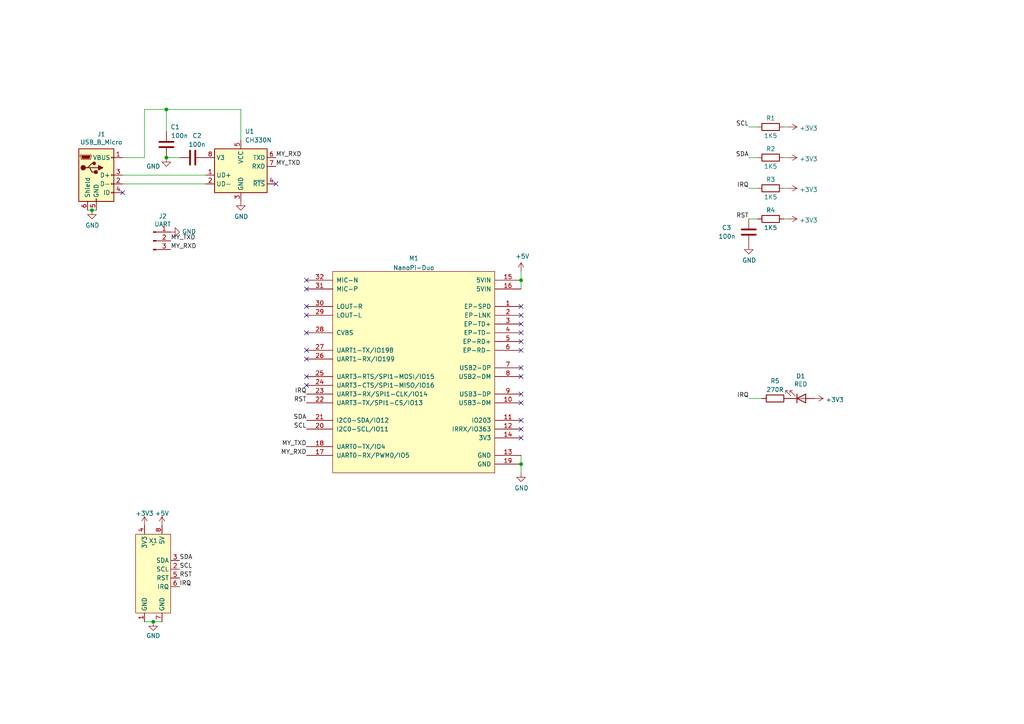
<source format=kicad_sch>
(kicad_sch (version 20220914) (generator eeschema)
  (paper "A4")
  (lib_symbols
    (symbol "Connector:Conn_01x03_Male" (pin_names (offset 1.016) hide)
      (property "Reference" "J" (at 0 5.08 0))
      (property "Value" "Conn_01x03_Male" (at 0 -5.08 0))
      (symbol "Conn_01x03_Male_1_1"
        (polyline (pts (xy 1.27 -2.54) (xy 0.8636 -2.54)) (stroke (width 0.1524)))
        (polyline (pts (xy 1.27 0) (xy 0.8636 0)) (stroke (width 0.1524)))
        (polyline (pts (xy 1.27 2.54) (xy 0.8636 2.54)) (stroke (width 0.1524)))
        (rectangle (start 0.8636 -2.413) (end 0 -2.667) (stroke (width 0.1524)) (fill (type outline)))
        (rectangle (start 0.8636 0.127) (end 0 -0.127) (stroke (width 0.1524)) (fill (type outline)))
        (rectangle (start 0.8636 2.667) (end 0 2.413) (stroke (width 0.1524)) (fill (type outline)))
        (pin passive line (at 5.08 2.54 180) (length 3.81) (name "Pin_1") (number "1"))
        (pin passive line (at 5.08 0 180) (length 3.81) (name "Pin_2") (number "2"))
        (pin passive line (at 5.08 -2.54 180) (length 3.81) (name "Pin_3") (number "3"))
      )
    )
    (symbol "Connector:USB_B_Micro" (pin_names (offset 1.016))
      (property "Reference" "J" (at -5.08 11.43 0))
      (property "Value" "USB_B_Micro" (at -5.08 8.89 0))
      (symbol "USB_B_Micro_0_1"
        (rectangle (start -5.08 -7.62) (end 5.08 7.62) (stroke (width 0.254)) (fill (type background)))
        (circle (center -3.81 2.159) (radius 0.635) (stroke (width 0.254)) (fill (type outline)))
        (circle (center -0.635 3.429) (radius 0.381) (stroke (width 0.254)) (fill (type outline)))
        (rectangle (start -0.127 -7.62) (end 0.127 -6.858))
        (polyline (pts (xy -1.905 2.159) (xy 0.635 2.159)) (stroke (width 0.254)))
        (polyline (pts (xy -3.175 2.159) (xy -2.54 2.159) (xy -1.27 3.429) (xy -0.635 3.429)) (stroke (width 0.254)))
        (polyline (pts (xy -2.54 2.159) (xy -1.905 2.159) (xy -1.27 0.889) (xy 0 0.889)) (stroke (width 0.254)))
        (polyline (pts (xy 0.635 2.794) (xy 0.635 1.524) (xy 1.905 2.159) (xy 0.635 2.794)) (stroke (width 0.254)) (fill (type outline)))
        (polyline (pts (xy -4.318 5.588) (xy -1.778 5.588) (xy -2.032 4.826) (xy -4.064 4.826) (xy -4.318 5.588)) (fill (type outline)))
        (polyline (pts (xy -4.699 5.842) (xy -4.699 5.588) (xy -4.445 4.826) (xy -4.445 4.572) (xy -1.651 4.572) (xy -1.651 4.826) (xy -1.397 5.588) (xy -1.397 5.842) (xy -4.699 5.842)))
        (rectangle (start 0.254 1.27) (end -0.508 0.508) (stroke (width 0.254)) (fill (type outline)))
        (rectangle (start 5.08 -5.207) (end 4.318 -4.953))
        (rectangle (start 5.08 -2.667) (end 4.318 -2.413))
        (rectangle (start 5.08 -0.127) (end 4.318 0.127))
        (rectangle (start 5.08 4.953) (end 4.318 5.207))
      )
      (symbol "USB_B_Micro_1_1"
        (pin power_out line (at 7.62 5.08 180) (length 2.54) (name "VBUS") (number "1"))
        (pin bidirectional line (at 7.62 -2.54 180) (length 2.54) (name "D-") (number "2"))
        (pin bidirectional line (at 7.62 0 180) (length 2.54) (name "D+") (number "3"))
        (pin passive line (at 7.62 -5.08 180) (length 2.54) (name "ID") (number "4"))
        (pin power_out line (at 0 -10.16 90) (length 2.54) (name "GND") (number "5"))
        (pin passive line (at -2.54 -10.16 90) (length 2.54) (name "Shield") (number "6"))
      )
    )
    (symbol "Device:C" (pin_numbers hide) (pin_names (offset 0.254))
      (property "Reference" "C" (at 0.635 2.54 0))
      (property "Value" "C" (at 0.635 -2.54 0))
      (symbol "C_0_1"
        (polyline (pts (xy -2.032 -0.762) (xy 2.032 -0.762)) (stroke (width 0.508)))
        (polyline (pts (xy -2.032 0.762) (xy 2.032 0.762)) (stroke (width 0.508)))
      )
      (symbol "C_1_1"
        (pin passive line (at 0 3.81 270) (length 2.794) (name "~") (number "1"))
        (pin passive line (at 0 -3.81 90) (length 2.794) (name "~") (number "2"))
      )
    )
    (symbol "Device:LED" (pin_numbers hide) (pin_names (offset 1.016) hide)
      (property "Reference" "D" (at 0 2.54 0))
      (property "Value" "LED" (at 0 -2.54 0))
      (symbol "LED_0_1"
        (polyline (pts (xy -1.27 -1.27) (xy -1.27 1.27)) (stroke (width 0.254)))
        (polyline (pts (xy -1.27 0) (xy 1.27 0)))
        (polyline (pts (xy 1.27 -1.27) (xy 1.27 1.27) (xy -1.27 0) (xy 1.27 -1.27)) (stroke (width 0.254)))
        (polyline (pts (xy -3.048 -0.762) (xy -4.572 -2.286) (xy -3.81 -2.286) (xy -4.572 -2.286) (xy -4.572 -1.524)))
        (polyline (pts (xy -1.778 -0.762) (xy -3.302 -2.286) (xy -2.54 -2.286) (xy -3.302 -2.286) (xy -3.302 -1.524)))
      )
      (symbol "LED_1_1"
        (pin passive line (at -3.81 0 0) (length 2.54) (name "K") (number "1"))
        (pin passive line (at 3.81 0 180) (length 2.54) (name "A") (number "2"))
      )
    )
    (symbol "Device:R" (pin_numbers hide) (pin_names (offset 0))
      (property "Reference" "R" (at 2.032 0 90))
      (property "Value" "R" (at 0 0 90))
      (symbol "R_0_1"
        (rectangle (start -1.016 -2.54) (end 1.016 2.54) (stroke (width 0.254)))
      )
      (symbol "R_1_1"
        (pin passive line (at 0 3.81 270) (length 1.27) (name "~") (number "1"))
        (pin passive line (at 0 -3.81 90) (length 1.27) (name "~") (number "2"))
      )
    )
    (symbol "Drake:NanoPi-Duo" (pin_names (offset 1.016))
      (property "Reference" "M" (at 0 -33.02 0))
      (property "Value" "NanoPi-Duo" (at 0 30.48 0))
      (symbol "NanoPi-Duo_1_0"
        (rectangle (start -22.86 -30.48) (end 24.13 27.94) (fill (type background)))
      )
      (symbol "NanoPi-Duo_1_1"
        (pin bidirectional line (at 31.75 17.78 180) (length 7.62) (name "EP-SPD") (number "1"))
        (pin bidirectional line (at 31.75 -10.16 180) (length 7.62) (name "USB3-DM") (number "10"))
        (pin bidirectional line (at 31.75 -15.24 180) (length 7.62) (name "IO203") (number "11"))
        (pin bidirectional line (at 31.75 -17.78 180) (length 7.62) (name "IRRX/IO363") (number "12"))
        (pin power_in line (at 31.75 -25.4 180) (length 7.62) (name "GND") (number "13"))
        (pin power_out line (at 31.75 -20.32 180) (length 7.62) (name "3V3") (number "14"))
        (pin power_in line (at 31.75 25.4 180) (length 7.62) (name "5VIN") (number "15"))
        (pin power_in line (at 31.75 22.86 180) (length 7.62) (name "5VIN") (number "16"))
        (pin bidirectional line (at -30.48 -25.4 0) (length 7.62) (name "UART0-RX/PWM0/IO5") (number "17"))
        (pin bidirectional line (at -30.48 -22.86 0) (length 7.62) (name "UART0-TX/IO4") (number "18"))
        (pin power_in line (at 31.75 -27.94 180) (length 7.62) (name "GND") (number "19"))
        (pin bidirectional line (at 31.75 15.24 180) (length 7.62) (name "EP-LNK") (number "2"))
        (pin bidirectional line (at -30.48 -17.78 0) (length 7.62) (name "I2C0-SCL/IO11") (number "20"))
        (pin bidirectional line (at -30.48 -15.24 0) (length 7.62) (name "I2C0-SDA/IO12") (number "21"))
        (pin bidirectional line (at -30.48 -10.16 0) (length 7.62) (name "UART3-TX/SPI1-CS/IO13") (number "22"))
        (pin bidirectional line (at -30.48 -7.62 0) (length 7.62) (name "UART3-RX/SPI1-CLK/IO14") (number "23"))
        (pin bidirectional line (at -30.48 -5.08 0) (length 7.62) (name "UART3-CTS/SPI1-MISO/IO16") (number "24"))
        (pin bidirectional line (at -30.48 -2.54 0) (length 7.62) (name "UART3-RTS/SPI1-MOSI/IO15") (number "25"))
        (pin bidirectional line (at -30.48 2.54 0) (length 7.62) (name "UART1-RX/IO199") (number "26"))
        (pin bidirectional line (at -30.48 5.08 0) (length 7.62) (name "UART1-TX/IO198") (number "27"))
        (pin bidirectional line (at -30.48 10.16 0) (length 7.62) (name "CVBS") (number "28"))
        (pin bidirectional line (at -30.48 15.24 0) (length 7.62) (name "LOUT-L") (number "29"))
        (pin bidirectional line (at 31.75 12.7 180) (length 7.62) (name "EP-TD+") (number "3"))
        (pin bidirectional line (at -30.48 17.78 0) (length 7.62) (name "LOUT-R") (number "30"))
        (pin bidirectional line (at -30.48 22.86 0) (length 7.62) (name "MIC-P") (number "31"))
        (pin bidirectional line (at -30.48 25.4 0) (length 7.62) (name "MIC-N") (number "32"))
        (pin bidirectional line (at 31.75 10.16 180) (length 7.62) (name "EP-TD-") (number "4"))
        (pin bidirectional line (at 31.75 7.62 180) (length 7.62) (name "EP-RD+") (number "5"))
        (pin bidirectional line (at 31.75 5.08 180) (length 7.62) (name "EP-RD-") (number "6"))
        (pin bidirectional line (at 31.75 0 180) (length 7.62) (name "USB2-DP") (number "7"))
        (pin bidirectional line (at 31.75 -2.54 180) (length 7.62) (name "USB2-DM") (number "8"))
        (pin bidirectional line (at 31.75 -7.62 180) (length 7.62) (name "USB3-DP") (number "9"))
      )
    )
    (symbol "Interface_USB:CH330N"
      (property "Reference" "U" (at -7.62 6.35 0))
      (property "Value" "CH330N" (at 7.62 6.35 0))
      (symbol "CH330N_0_1"
        (rectangle (start -7.62 5.08) (end 7.62 -7.62) (stroke (width 0.254)) (fill (type background)))
      )
      (symbol "CH330N_1_1"
        (pin bidirectional line (at -10.16 -2.54 0) (length 2.54) (name "UD+") (number "1"))
        (pin bidirectional line (at -10.16 -5.08 0) (length 2.54) (name "UD-") (number "2"))
        (pin power_in line (at 0 -10.16 90) (length 2.54) (name "GND") (number "3"))
        (pin output line (at 10.16 -5.08 180) (length 2.54) (name "~{RTS}") (number "4"))
        (pin power_in line (at 0 7.62 270) (length 2.54) (name "VCC") (number "5"))
        (pin output line (at 10.16 2.54 180) (length 2.54) (name "TXD") (number "6"))
        (pin input line (at 10.16 0 180) (length 2.54) (name "RXD") (number "7"))
        (pin passive line (at -10.16 2.54 0) (length 2.54) (name "V3") (number "8"))
      )
    )
    (symbol "power:+3V3" (power) (pin_names (offset 0))
      (property "Value" "+3V3" (at 0 3.556 0))
      (symbol "+3V3_0_1"
        (polyline (pts (xy -0.762 1.27) (xy 0 2.54)))
        (polyline (pts (xy 0 0) (xy 0 2.54)))
        (polyline (pts (xy 0 2.54) (xy 0.762 1.27)))
      )
      (symbol "+3V3_1_1"
        (pin power_in line (at 0 0 90) (length 0) hide (name "+3V3") (number "1"))
      )
    )
    (symbol "power:+5V" (power) (pin_names (offset 0))
      (property "Value" "+5V" (at 0 3.556 0))
      (symbol "+5V_0_1"
        (polyline (pts (xy -0.762 1.27) (xy 0 2.54)))
        (polyline (pts (xy 0 0) (xy 0 2.54)))
        (polyline (pts (xy 0 2.54) (xy 0.762 1.27)))
      )
      (symbol "+5V_1_1"
        (pin power_in line (at 0 0 90) (length 0) hide (name "+5V") (number "1"))
      )
    )
    (symbol "power:GND" (power) (pin_names (offset 0))
      (property "Value" "GND" (at 0 -3.81 0))
      (symbol "GND_0_1"
        (polyline (pts (xy 0 0) (xy 0 -1.27) (xy 1.27 -1.27) (xy 0 -2.54) (xy -1.27 -1.27) (xy 0 -1.27)))
      )
      (symbol "GND_1_1"
        (pin power_in line (at 0 0 270) (length 0) hide (name "GND") (number "1"))
      )
    )
    (symbol "t80:t80-pin-header"
      (property "Reference" "X" (at 7.62 10.16 0))
      (symbol "t80-pin-header_0_0"
        (pin power_out line (at -2.54 -15.24 90) (length 2.54) (name "GND") (number "1"))
        (pin bidirectional line (at 7.62 0 180) (length 2.54) (name "SCL") (number "2"))
        (pin bidirectional line (at 7.62 2.54 180) (length 2.54) (name "SDA") (number "3"))
        (pin power_out line (at -2.54 12.7 270) (length 2.54) (name "3V3") (number "4"))
        (pin bidirectional line (at 7.62 -2.54 180) (length 2.54) (name "RST") (number "5"))
        (pin bidirectional line (at 7.62 -5.08 180) (length 2.54) (name "IRQ") (number "6"))
        (pin power_out line (at 2.54 -15.24 90) (length 2.54) (name "GND") (number "7"))
        (pin power_out line (at 2.54 12.7 270) (length 2.54) (name "5V") (number "8"))
      )
      (symbol "t80-pin-header_0_1"
        (rectangle (start -5.08 10.16) (end 5.08 -12.7) (fill (type background)))
      )
    )
  )
  (junction (at 26.67 60.96))
  (junction (at 151.13 134.62))
  (junction (at 48.26 45.72))
  (junction (at 48.26 31.75))
  (junction (at 151.13 81.28))
  (junction (at 44.45 180.34))
  (no_connect (at 80.01 53.34))
  (no_connect (at 151.13 124.46))
  (no_connect (at 151.13 114.3))
  (no_connect (at 88.9 104.14))
  (no_connect (at 88.9 88.9))
  (no_connect (at 151.13 93.98))
  (no_connect (at 151.13 101.6))
  (no_connect (at 35.56 55.88))
  (no_connect (at 151.13 127))
  (no_connect (at 151.13 99.06))
  (no_connect (at 151.13 96.52))
  (no_connect (at 151.13 91.44))
  (no_connect (at 88.9 96.52))
  (no_connect (at 88.9 111.76))
  (no_connect (at 88.9 83.82))
  (no_connect (at 88.9 81.28))
  (no_connect (at 88.9 91.44))
  (no_connect (at 88.9 109.22))
  (no_connect (at 151.13 116.84))
  (no_connect (at 151.13 88.9))
  (no_connect (at 151.13 109.22))
  (no_connect (at 151.13 106.68))
  (no_connect (at 151.13 121.92))
  (no_connect (at 88.9 101.6))
  (wire (pts (xy 26.67 60.96) (xy 27.94 60.96)))
  (wire (pts (xy 25.4 60.96) (xy 26.67 60.96)))
  (wire (pts (xy 48.26 38.1) (xy 48.26 31.75)))
  (wire (pts (xy 35.56 53.34) (xy 59.69 53.34)))
  (wire (pts (xy 227.33 45.72) (xy 228.6 45.72)))
  (wire (pts (xy 151.13 134.62) (xy 151.13 137.16)))
  (wire (pts (xy 35.56 45.72) (xy 41.91 45.72)))
  (wire (pts (xy 151.13 132.08) (xy 151.13 134.62)))
  (wire (pts (xy 151.13 81.28) (xy 151.13 83.82)))
  (wire (pts (xy 219.71 63.5) (xy 217.17 63.5)))
  (wire (pts (xy 41.91 180.34) (xy 44.45 180.34)))
  (wire (pts (xy 219.71 54.61) (xy 217.17 54.61)))
  (wire (pts (xy 44.45 180.34) (xy 46.99 180.34)))
  (wire (pts (xy 48.26 31.75) (xy 69.85 31.75)))
  (wire (pts (xy 219.71 45.72) (xy 217.17 45.72)))
  (wire (pts (xy 227.33 36.83) (xy 228.6 36.83)))
  (wire (pts (xy 41.91 31.75) (xy 48.26 31.75)))
  (wire (pts (xy 35.56 50.8) (xy 59.69 50.8)))
  (wire (pts (xy 227.33 54.61) (xy 228.6 54.61)))
  (wire (pts (xy 48.26 45.72) (xy 52.07 45.72)))
  (wire (pts (xy 227.33 63.5) (xy 228.6 63.5)))
  (wire (pts (xy 41.91 45.72) (xy 41.91 31.75)))
  (wire (pts (xy 217.17 115.57) (xy 220.98 115.57)))
  (wire (pts (xy 219.71 36.83) (xy 217.17 36.83)))
  (wire (pts (xy 69.85 31.75) (xy 69.85 40.64)))
  (wire (pts (xy 151.13 78.74) (xy 151.13 81.28)))
  (label "IRQ" (at 88.9 114.3 180))
  (label "IRQ" (at 217.17 115.57 180))
  (label "RST" (at 52.07 167.64 0))
  (label "MY_TXD" (at 49.53 69.85 0))
  (label "MY_TXD" (at 88.9 129.54 180))
  (label "MY_TXD" (at 80.01 48.26 0))
  (label "SDA" (at 217.17 45.72 180))
  (label "IRQ" (at 217.17 54.61 180))
  (label "SDA" (at 52.07 162.56 0))
  (label "IRQ" (at 52.07 170.18 0))
  (label "SCL" (at 88.9 124.46 180))
  (label "MY_RXD" (at 80.01 45.72 0))
  (label "MY_RXD" (at 49.53 72.39 0))
  (label "SCL" (at 52.07 165.1 0))
  (label "MY_RXD" (at 88.9 132.08 180))
  (label "SDA" (at 88.9 121.92 180))
  (label "RST" (at 88.9 116.84 180))
  (label "RST" (at 217.17 63.5 180))
  (label "SCL" (at 217.17 36.83 180))
  (symbol (lib_id "power:GND") (at 48.26 45.72 0) (unit 1)
    (default_instance (reference "") (unit 1) (value "") (footprint ""))
    (property "Reference" "#PWR02" (effects hide))
    (property "Value" "GND" (at 44.45 48.26 0))
  )
  (symbol (lib_id "power:GND") (at 151.13 137.16 0) (unit 1)
    (default_instance (reference "") (unit 1) (value "") (footprint ""))
    (property "Reference" "#PWR06" (effects hide))
    (property "Value" "GND" (at 151.257 141.5542 0))
  )
  (symbol (lib_id "power:+3V3") (at 236.22 115.57 270) (unit 1)
    (default_instance (reference "") (unit 1) (value "") (footprint ""))
    (property "Reference" "#PWR022" (effects hide))
    (property "Value" "+3V3" (at 239.4712 115.951 90) (effects (justify left)))
  )
  (symbol (lib_id "Device:LED") (at 232.41 115.57 0) (mirror x) (unit 1)
    (default_instance (reference "") (unit 1) (value "") (footprint ""))
    (property "Reference" "D1" (at 232.2322 109.093 0))
    (property "Value" "RED" (at 232.2322 111.4044 0))
    (property "Footprint" "LED_SMD:LED_0805_2012Metric_Pad1.15x1.40mm_HandSolder" (effects hide))
  )
  (symbol (lib_id "power:+5V") (at 46.99 152.4 0) (unit 1)
    (default_instance (reference "#PWR?") (unit 1) (value "+5V") (footprint ""))
    (property "Reference" "#PWR0101" (effects hide))
    (property "Value" "+5V" (at 46.99 148.9171 0))
  )
  (symbol (lib_id "Device:R") (at 224.79 115.57 90) (unit 1)
    (default_instance (reference "") (unit 1) (value "") (footprint ""))
    (property "Reference" "R5" (at 224.79 110.49 90))
    (property "Value" "270R" (at 224.79 113.03 90))
    (property "Footprint" "Resistor_SMD:R_0805_2012Metric" (effects hide))
  )
  (symbol (lib_id "power:GND") (at 26.67 60.96 0) (unit 1)
    (default_instance (reference "") (unit 1) (value "") (footprint ""))
    (property "Reference" "#PWR01" (effects hide))
    (property "Value" "GND" (at 26.797 65.3542 0))
  )
  (symbol (lib_id "Device:R") (at 223.52 63.5 90) (unit 1)
    (default_instance (reference "") (unit 1) (value "") (footprint ""))
    (property "Reference" "R4" (at 223.52 60.96 90))
    (property "Value" "1K5" (at 223.52 66.04 90))
    (property "Footprint" "Resistor_SMD:R_0805_2012Metric" (effects hide))
  )
  (symbol (lib_id "Device:R") (at 223.52 45.72 90) (unit 1)
    (default_instance (reference "") (unit 1) (value "") (footprint ""))
    (property "Reference" "R2" (at 223.52 43.18 90))
    (property "Value" "1K5" (at 223.52 48.26 90))
    (property "Footprint" "Resistor_SMD:R_0805_2012Metric" (effects hide))
  )
  (symbol (lib_id "Device:R") (at 223.52 36.83 90) (unit 1)
    (default_instance (reference "") (unit 1) (value "") (footprint ""))
    (property "Reference" "R1" (at 223.52 34.29 90))
    (property "Value" "1K5" (at 223.52 39.37 90))
    (property "Footprint" "Resistor_SMD:R_0805_2012Metric" (effects hide))
  )
  (symbol (lib_id "Connector:Conn_01x03_Male") (at 44.45 69.85 0) (unit 1)
    (default_instance (reference "") (unit 1) (value "") (footprint ""))
    (property "Reference" "J2" (at 47.1932 62.7126 0))
    (property "Value" "UART" (at 47.1932 65.024 0))
    (property "Footprint" "Connector_PinHeader_2.54mm:PinHeader_1x03_P2.54mm_Horizontal" (effects hide))
  )
  (symbol (lib_id "Device:C") (at 48.26 41.91 0) (unit 1)
    (default_instance (reference "") (unit 1) (value "") (footprint ""))
    (property "Reference" "C1" (at 50.8 36.83 0))
    (property "Value" "100n" (at 52.07 39.37 0))
    (property "Footprint" "Capacitor_SMD:C_0805_2012Metric_Pad1.18x1.45mm_HandSolder" (effects hide))
  )
  (symbol (lib_id "power:GND") (at 44.45 180.34 0) (unit 1)
    (default_instance (reference "#PWR?") (unit 1) (value "GND") (footprint ""))
    (property "Reference" "#PWR0103" (effects hide))
    (property "Value" "GND" (at 44.45 184.3961 0))
  )
  (symbol (lib_id "Device:R") (at 223.52 54.61 90) (unit 1)
    (default_instance (reference "") (unit 1) (value "") (footprint ""))
    (property "Reference" "R3" (at 223.52 52.07 90))
    (property "Value" "1K5" (at 223.52 57.15 90))
    (property "Footprint" "Resistor_SMD:R_0805_2012Metric" (effects hide))
  )
  (symbol (lib_id "power:+3V3") (at 228.6 54.61 270) (unit 1)
    (default_instance (reference "") (unit 1) (value "") (footprint ""))
    (property "Reference" "#PWR010" (effects hide))
    (property "Value" "+3V3" (at 231.8512 54.991 90) (effects (justify left)))
  )
  (symbol (lib_id "Drake:NanoPi-Duo") (at 119.38 106.68 0) (unit 1)
    (default_instance (reference "") (unit 1) (value "") (footprint ""))
    (property "Reference" "M1" (at 120.015 74.9005 0))
    (property "Value" "NanoPi-Duo" (at 120.015 77.6756 0))
    (property "Footprint" "Drake:NanoPi-Duo" (effects hide))
    (property "Datasheet" "DOCUMENTATION" (effects hide))
  )
  (symbol (lib_id "power:+5V") (at 151.13 78.74 0) (unit 1)
    (default_instance (reference "") (unit 1) (value "") (footprint ""))
    (property "Reference" "#PWR05" (effects hide))
    (property "Value" "+5V" (at 151.511 74.3458 0))
  )
  (symbol (lib_id "t80:t80-pin-header") (at 44.45 165.1 0) (unit 1)
    (default_instance (reference "X1") (unit 1) (value "~") (footprint ""))
    (property "Reference" "X1" (at 44.45 156.8323 0))
    (property "Value" "~" (at 44.45 157.9595 0))
    (property "Footprint" "Connector_IDC:IDC-Header_2x04_P2.54mm_Vertical" (effects hide))
  )
  (symbol (lib_id "power:GND") (at 69.85 58.42 0) (unit 1)
    (default_instance (reference "") (unit 1) (value "") (footprint ""))
    (property "Reference" "#PWR04" (effects hide))
    (property "Value" "GND" (at 69.977 62.8142 0))
  )
  (symbol (lib_id "power:+3V3") (at 228.6 45.72 270) (unit 1)
    (default_instance (reference "") (unit 1) (value "") (footprint ""))
    (property "Reference" "#PWR09" (effects hide))
    (property "Value" "+3V3" (at 231.8512 46.101 90) (effects (justify left)))
  )
  (symbol (lib_id "power:+3V3") (at 228.6 63.5 270) (unit 1)
    (default_instance (reference "") (unit 1) (value "") (footprint ""))
    (property "Reference" "#PWR011" (effects hide))
    (property "Value" "+3V3" (at 231.8512 63.881 90) (effects (justify left)))
  )
  (symbol (lib_id "Device:C") (at 55.88 45.72 270) (unit 1)
    (default_instance (reference "") (unit 1) (value "") (footprint ""))
    (property "Reference" "C2" (at 57.15 39.37 90))
    (property "Value" "100n" (at 57.15 41.91 90))
    (property "Footprint" "Capacitor_SMD:C_0805_2012Metric_Pad1.18x1.45mm_HandSolder" (effects hide))
  )
  (symbol (lib_id "Connector:USB_B_Micro") (at 27.94 50.8 0) (unit 1)
    (default_instance (reference "") (unit 1) (value "") (footprint ""))
    (property "Reference" "J1" (at 29.3878 38.9382 0))
    (property "Value" "USB_B_Micro" (at 29.3878 41.2496 0))
    (property "Footprint" "Drake:conn_usb_B_micro_smd-2" (effects hide))
  )
  (symbol (lib_id "power:+3V3") (at 228.6 36.83 270) (unit 1)
    (default_instance (reference "") (unit 1) (value "") (footprint ""))
    (property "Reference" "#PWR08" (effects hide))
    (property "Value" "+3V3" (at 231.8512 37.211 90) (effects (justify left)))
  )
  (symbol (lib_id "Interface_USB:CH330N") (at 69.85 48.26 0) (unit 1)
    (default_instance (reference "") (unit 1) (value "") (footprint ""))
    (property "Reference" "U1" (at 72.39 38.1 0))
    (property "Value" "CH330N" (at 74.93 40.64 0))
    (property "Footprint" "Package_SO:SOIC-8_3.9x4.9mm_P1.27mm" (effects hide))
    (property "Datasheet" "http://www.wch.cn/downloads/file/240.html" (effects hide))
  )
  (symbol (lib_id "power:GND") (at 49.53 67.31 90) (unit 1)
    (default_instance (reference "") (unit 1) (value "") (footprint ""))
    (property "Reference" "#PWR03" (effects hide))
    (property "Value" "GND" (at 52.7812 67.183 90) (effects (justify right)))
  )
  (symbol (lib_id "power:GND") (at 217.17 71.12 0) (unit 1)
    (default_instance (reference "") (unit 1) (value "") (footprint ""))
    (property "Reference" "#PWR07" (effects hide))
    (property "Value" "GND" (at 217.297 75.5142 0))
  )
  (symbol (lib_id "power:+3V3") (at 41.91 152.4 0) (unit 1)
    (default_instance (reference "#PWR?") (unit 1) (value "+3V3") (footprint ""))
    (property "Reference" "#PWR0110" (effects hide))
    (property "Value" "+3V3" (at 41.91 148.9171 0))
  )
  (symbol (lib_id "Device:C") (at 217.17 67.31 180) (unit 1)
    (default_instance (reference "") (unit 1) (value "") (footprint ""))
    (property "Reference" "C3" (at 212.09 66.04 0) (effects (justify left)))
    (property "Value" "100n" (at 213.36 68.58 0) (effects (justify left)))
    (property "Footprint" "Capacitor_SMD:C_0805_2012Metric" (effects hide))
  )
)
</source>
